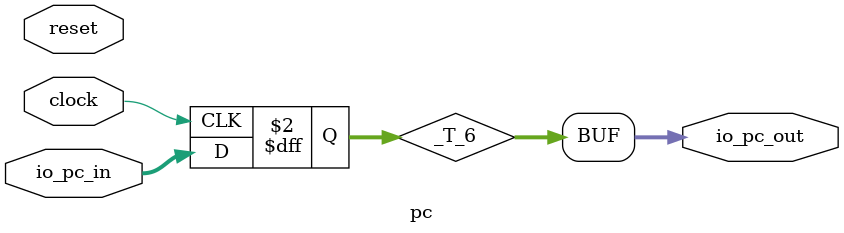
<source format=v>
`ifdef RANDOMIZE_GARBAGE_ASSIGN
`define RANDOMIZE
`endif
`ifdef RANDOMIZE_INVALID_ASSIGN
`define RANDOMIZE
`endif
`ifdef RANDOMIZE_REG_INIT
`define RANDOMIZE
`endif
`ifdef RANDOMIZE_MEM_INIT
`define RANDOMIZE
`endif

module pc(
  input   clock,
  input   reset,
  input  [31:0] io_pc_in,
  output [31:0] io_pc_out
);
  reg [31:0] _T_6;
  reg [31:0] _GEN_0;
  assign io_pc_out = _T_6;
`ifdef RANDOMIZE
  integer initvar;
  initial begin
    `ifndef verilator
      #0.002 begin end
    `endif
  `ifdef RANDOMIZE_REG_INIT
  _GEN_0 = {1{$random}};
  _T_6 = _GEN_0[31:0];
  `endif
  end
`endif
  always @(posedge clock) begin
    _T_6 <= io_pc_in;
  end
endmodule

</source>
